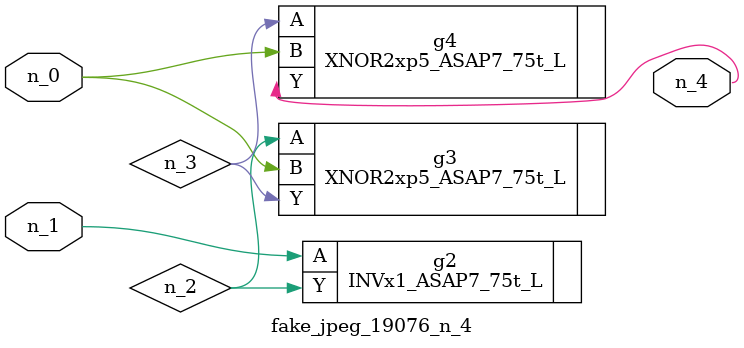
<source format=v>
module fake_jpeg_19076_n_4 (n_0, n_1, n_4);

input n_0;
input n_1;

output n_4;

wire n_3;
wire n_2;

INVx1_ASAP7_75t_L g2 ( 
.A(n_1),
.Y(n_2)
);

XNOR2xp5_ASAP7_75t_L g3 ( 
.A(n_2),
.B(n_0),
.Y(n_3)
);

XNOR2xp5_ASAP7_75t_L g4 ( 
.A(n_3),
.B(n_0),
.Y(n_4)
);


endmodule
</source>
